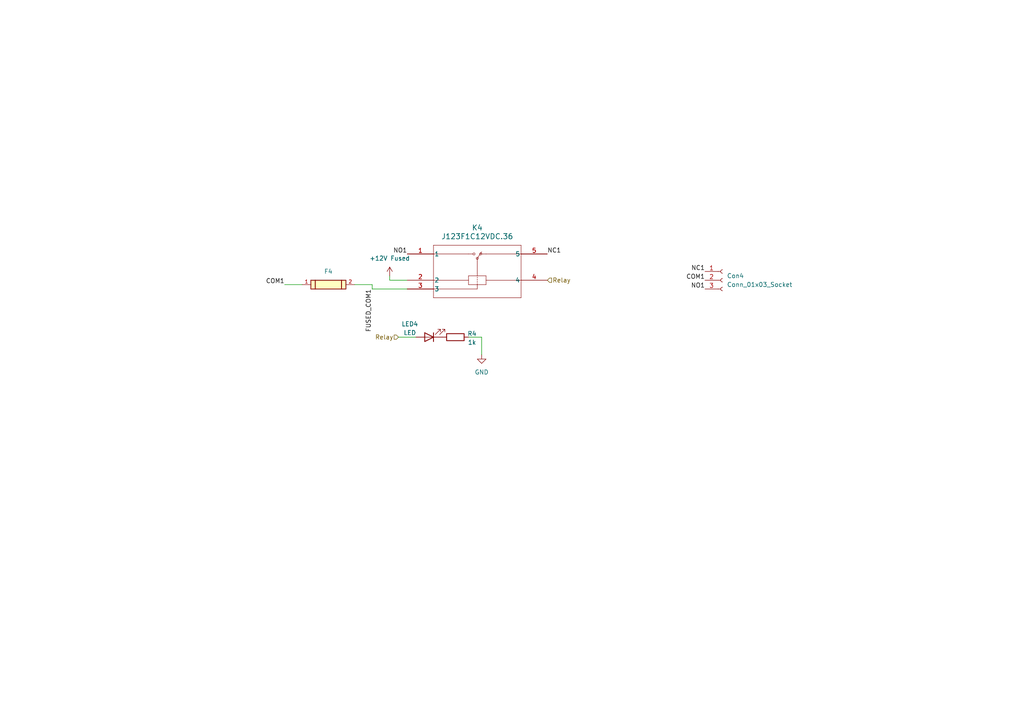
<source format=kicad_sch>
(kicad_sch
	(version 20250114)
	(generator "eeschema")
	(generator_version "9.0")
	(uuid "bf5a6050-9628-4727-ac0b-4c7c53ae3216")
	(paper "A4")
	(lib_symbols
		(symbol "696106003002_1"
			(pin_names
				(offset 1.016)
			)
			(exclude_from_sim no)
			(in_bom yes)
			(on_board yes)
			(property "Reference" "F"
				(at 0 2.54 0)
				(effects
					(font
						(size 1.27 1.27)
					)
					(justify bottom)
				)
			)
			(property "Value" "696106003002"
				(at 0 0 0)
				(effects
					(font
						(size 1.27 1.27)
					)
					(justify bottom)
					(hide yes)
				)
			)
			(property "Footprint" "696106003002:696106003002"
				(at 0 0 0)
				(effects
					(font
						(size 1.27 1.27)
					)
					(justify bottom)
					(hide yes)
				)
			)
			(property "Datasheet" ""
				(at 0 0 0)
				(effects
					(font
						(size 1.27 1.27)
					)
					(hide yes)
				)
			)
			(property "Description" ""
				(at 0 0 0)
				(effects
					(font
						(size 1.27 1.27)
					)
					(hide yes)
				)
			)
			(property "MF" "Würth Elektronik"
				(at 0 0 0)
				(effects
					(font
						(size 1.27 1.27)
					)
					(justify bottom)
					(hide yes)
				)
			)
			(property "Description_1" "\nFuse Block 20 A 250V 1 Circuit Cartridge Through Hole\n"
				(at 0 0 0)
				(effects
					(font
						(size 1.27 1.27)
					)
					(justify bottom)
					(hide yes)
				)
			)
			(property "Package" "None"
				(at 0 0 0)
				(effects
					(font
						(size 1.27 1.27)
					)
					(justify bottom)
					(hide yes)
				)
			)
			(property "Price" "None"
				(at 0 0 0)
				(effects
					(font
						(size 1.27 1.27)
					)
					(justify bottom)
					(hide yes)
				)
			)
			(property "IR-VDE" "6.3A"
				(at 0 0 0)
				(effects
					(font
						(size 1.27 1.27)
					)
					(justify bottom)
					(hide yes)
				)
			)
			(property "IR-UL" "20A"
				(at 0 0 0)
				(effects
					(font
						(size 1.27 1.27)
					)
					(justify bottom)
					(hide yes)
				)
			)
			(property "SnapEDA_Link" "https://www.snapeda.com/parts/696106003002/Wurth+Elektronik/view-part/?ref=snap"
				(at 0 0 0)
				(effects
					(font
						(size 1.27 1.27)
					)
					(justify bottom)
					(hide yes)
				)
			)
			(property "MATES" "696122003001"
				(at 0 0 0)
				(effects
					(font
						(size 1.27 1.27)
					)
					(justify bottom)
					(hide yes)
				)
			)
			(property "DATASHEET-URL" "https://www.we-online.com/catalog/datasheet/696106003002.pdf"
				(at 0 0 0)
				(effects
					(font
						(size 1.27 1.27)
					)
					(justify bottom)
					(hide yes)
				)
			)
			(property "MP" "696106003002"
				(at 0 0 0)
				(effects
					(font
						(size 1.27 1.27)
					)
					(justify bottom)
					(hide yes)
				)
			)
			(property "Purchase-URL" "https://www.snapeda.com/api/url_track_click_mouser/?unipart_id=4900578&manufacturer=Würth Elektronik&part_name=696106003002&search_term=None"
				(at 0 0 0)
				(effects
					(font
						(size 1.27 1.27)
					)
					(justify bottom)
					(hide yes)
				)
			)
			(property "PART-NUMBER" "696106003002"
				(at 0 0 0)
				(effects
					(font
						(size 1.27 1.27)
					)
					(justify bottom)
					(hide yes)
				)
			)
			(property "Availability" "In Stock"
				(at 0 0 0)
				(effects
					(font
						(size 1.27 1.27)
					)
					(justify bottom)
					(hide yes)
				)
			)
			(property "Check_prices" "https://www.snapeda.com/parts/696106003002/Wurth+Elektronik/view-part/?ref=eda"
				(at 0 0 0)
				(effects
					(font
						(size 1.27 1.27)
					)
					(justify bottom)
					(hide yes)
				)
			)
			(symbol "696106003002_1_0_0"
				(rectangle
					(start -5.08 -1.27)
					(end 5.08 1.27)
					(stroke
						(width 0.254)
						(type default)
					)
					(fill
						(type background)
					)
				)
				(polyline
					(pts
						(xy -3.81 1.27) (xy -3.81 -1.27)
					)
					(stroke
						(width 0.254)
						(type default)
					)
					(fill
						(type none)
					)
				)
				(polyline
					(pts
						(xy 3.81 1.27) (xy 3.81 -1.27)
					)
					(stroke
						(width 0.254)
						(type default)
					)
					(fill
						(type none)
					)
				)
				(pin passive line
					(at -7.62 0 0)
					(length 2.54)
					(name "~"
						(effects
							(font
								(size 1.016 1.016)
							)
						)
					)
					(number "1"
						(effects
							(font
								(size 1.016 1.016)
							)
						)
					)
				)
				(pin passive line
					(at 7.62 0 180)
					(length 2.54)
					(name "~"
						(effects
							(font
								(size 1.016 1.016)
							)
						)
					)
					(number "2"
						(effects
							(font
								(size 1.016 1.016)
							)
						)
					)
				)
			)
			(embedded_fonts no)
		)
		(symbol "Connector:Conn_01x03_Socket"
			(pin_names
				(offset 1.016)
				(hide yes)
			)
			(exclude_from_sim no)
			(in_bom yes)
			(on_board yes)
			(property "Reference" "J"
				(at 0 5.08 0)
				(effects
					(font
						(size 1.27 1.27)
					)
				)
			)
			(property "Value" "Conn_01x03_Socket"
				(at 0 -5.08 0)
				(effects
					(font
						(size 1.27 1.27)
					)
				)
			)
			(property "Footprint" ""
				(at 0 0 0)
				(effects
					(font
						(size 1.27 1.27)
					)
					(hide yes)
				)
			)
			(property "Datasheet" "~"
				(at 0 0 0)
				(effects
					(font
						(size 1.27 1.27)
					)
					(hide yes)
				)
			)
			(property "Description" "Generic connector, single row, 01x03, script generated"
				(at 0 0 0)
				(effects
					(font
						(size 1.27 1.27)
					)
					(hide yes)
				)
			)
			(property "ki_locked" ""
				(at 0 0 0)
				(effects
					(font
						(size 1.27 1.27)
					)
				)
			)
			(property "ki_keywords" "connector"
				(at 0 0 0)
				(effects
					(font
						(size 1.27 1.27)
					)
					(hide yes)
				)
			)
			(property "ki_fp_filters" "Connector*:*_1x??_*"
				(at 0 0 0)
				(effects
					(font
						(size 1.27 1.27)
					)
					(hide yes)
				)
			)
			(symbol "Conn_01x03_Socket_1_1"
				(polyline
					(pts
						(xy -1.27 2.54) (xy -0.508 2.54)
					)
					(stroke
						(width 0.1524)
						(type default)
					)
					(fill
						(type none)
					)
				)
				(polyline
					(pts
						(xy -1.27 0) (xy -0.508 0)
					)
					(stroke
						(width 0.1524)
						(type default)
					)
					(fill
						(type none)
					)
				)
				(polyline
					(pts
						(xy -1.27 -2.54) (xy -0.508 -2.54)
					)
					(stroke
						(width 0.1524)
						(type default)
					)
					(fill
						(type none)
					)
				)
				(arc
					(start 0 2.032)
					(mid -0.5058 2.54)
					(end 0 3.048)
					(stroke
						(width 0.1524)
						(type default)
					)
					(fill
						(type none)
					)
				)
				(arc
					(start 0 -0.508)
					(mid -0.5058 0)
					(end 0 0.508)
					(stroke
						(width 0.1524)
						(type default)
					)
					(fill
						(type none)
					)
				)
				(arc
					(start 0 -3.048)
					(mid -0.5058 -2.54)
					(end 0 -2.032)
					(stroke
						(width 0.1524)
						(type default)
					)
					(fill
						(type none)
					)
				)
				(pin passive line
					(at -5.08 2.54 0)
					(length 3.81)
					(name "Pin_1"
						(effects
							(font
								(size 1.27 1.27)
							)
						)
					)
					(number "1"
						(effects
							(font
								(size 1.27 1.27)
							)
						)
					)
				)
				(pin passive line
					(at -5.08 0 0)
					(length 3.81)
					(name "Pin_2"
						(effects
							(font
								(size 1.27 1.27)
							)
						)
					)
					(number "2"
						(effects
							(font
								(size 1.27 1.27)
							)
						)
					)
				)
				(pin passive line
					(at -5.08 -2.54 0)
					(length 3.81)
					(name "Pin_3"
						(effects
							(font
								(size 1.27 1.27)
							)
						)
					)
					(number "3"
						(effects
							(font
								(size 1.27 1.27)
							)
						)
					)
				)
			)
			(embedded_fonts no)
		)
		(symbol "Device:LED"
			(pin_numbers
				(hide yes)
			)
			(pin_names
				(offset 1.016)
				(hide yes)
			)
			(exclude_from_sim no)
			(in_bom yes)
			(on_board yes)
			(property "Reference" "D"
				(at 0 2.54 0)
				(effects
					(font
						(size 1.27 1.27)
					)
				)
			)
			(property "Value" "LED"
				(at 0 -2.54 0)
				(effects
					(font
						(size 1.27 1.27)
					)
				)
			)
			(property "Footprint" ""
				(at 0 0 0)
				(effects
					(font
						(size 1.27 1.27)
					)
					(hide yes)
				)
			)
			(property "Datasheet" "~"
				(at 0 0 0)
				(effects
					(font
						(size 1.27 1.27)
					)
					(hide yes)
				)
			)
			(property "Description" "Light emitting diode"
				(at 0 0 0)
				(effects
					(font
						(size 1.27 1.27)
					)
					(hide yes)
				)
			)
			(property "ki_keywords" "LED diode"
				(at 0 0 0)
				(effects
					(font
						(size 1.27 1.27)
					)
					(hide yes)
				)
			)
			(property "ki_fp_filters" "LED* LED_SMD:* LED_THT:*"
				(at 0 0 0)
				(effects
					(font
						(size 1.27 1.27)
					)
					(hide yes)
				)
			)
			(symbol "LED_0_1"
				(polyline
					(pts
						(xy -3.048 -0.762) (xy -4.572 -2.286) (xy -3.81 -2.286) (xy -4.572 -2.286) (xy -4.572 -1.524)
					)
					(stroke
						(width 0)
						(type default)
					)
					(fill
						(type none)
					)
				)
				(polyline
					(pts
						(xy -1.778 -0.762) (xy -3.302 -2.286) (xy -2.54 -2.286) (xy -3.302 -2.286) (xy -3.302 -1.524)
					)
					(stroke
						(width 0)
						(type default)
					)
					(fill
						(type none)
					)
				)
				(polyline
					(pts
						(xy -1.27 0) (xy 1.27 0)
					)
					(stroke
						(width 0)
						(type default)
					)
					(fill
						(type none)
					)
				)
				(polyline
					(pts
						(xy -1.27 -1.27) (xy -1.27 1.27)
					)
					(stroke
						(width 0.254)
						(type default)
					)
					(fill
						(type none)
					)
				)
				(polyline
					(pts
						(xy 1.27 -1.27) (xy 1.27 1.27) (xy -1.27 0) (xy 1.27 -1.27)
					)
					(stroke
						(width 0.254)
						(type default)
					)
					(fill
						(type none)
					)
				)
			)
			(symbol "LED_1_1"
				(pin passive line
					(at -3.81 0 0)
					(length 2.54)
					(name "K"
						(effects
							(font
								(size 1.27 1.27)
							)
						)
					)
					(number "1"
						(effects
							(font
								(size 1.27 1.27)
							)
						)
					)
				)
				(pin passive line
					(at 3.81 0 180)
					(length 2.54)
					(name "A"
						(effects
							(font
								(size 1.27 1.27)
							)
						)
					)
					(number "2"
						(effects
							(font
								(size 1.27 1.27)
							)
						)
					)
				)
			)
			(embedded_fonts no)
		)
		(symbol "Device:R"
			(pin_numbers
				(hide yes)
			)
			(pin_names
				(offset 0)
			)
			(exclude_from_sim no)
			(in_bom yes)
			(on_board yes)
			(property "Reference" "R"
				(at 2.032 0 90)
				(effects
					(font
						(size 1.27 1.27)
					)
				)
			)
			(property "Value" "R"
				(at 0 0 90)
				(effects
					(font
						(size 1.27 1.27)
					)
				)
			)
			(property "Footprint" ""
				(at -1.778 0 90)
				(effects
					(font
						(size 1.27 1.27)
					)
					(hide yes)
				)
			)
			(property "Datasheet" "~"
				(at 0 0 0)
				(effects
					(font
						(size 1.27 1.27)
					)
					(hide yes)
				)
			)
			(property "Description" "Resistor"
				(at 0 0 0)
				(effects
					(font
						(size 1.27 1.27)
					)
					(hide yes)
				)
			)
			(property "ki_keywords" "R res resistor"
				(at 0 0 0)
				(effects
					(font
						(size 1.27 1.27)
					)
					(hide yes)
				)
			)
			(property "ki_fp_filters" "R_*"
				(at 0 0 0)
				(effects
					(font
						(size 1.27 1.27)
					)
					(hide yes)
				)
			)
			(symbol "R_0_1"
				(rectangle
					(start -1.016 -2.54)
					(end 1.016 2.54)
					(stroke
						(width 0.254)
						(type default)
					)
					(fill
						(type none)
					)
				)
			)
			(symbol "R_1_1"
				(pin passive line
					(at 0 3.81 270)
					(length 1.27)
					(name "~"
						(effects
							(font
								(size 1.27 1.27)
							)
						)
					)
					(number "1"
						(effects
							(font
								(size 1.27 1.27)
							)
						)
					)
				)
				(pin passive line
					(at 0 -3.81 90)
					(length 1.27)
					(name "~"
						(effects
							(font
								(size 1.27 1.27)
							)
						)
					)
					(number "2"
						(effects
							(font
								(size 1.27 1.27)
							)
						)
					)
				)
			)
			(embedded_fonts no)
		)
		(symbol "J123F1C12VDC_36:J123F1C12VDC.36"
			(pin_names
				(offset 0.254)
			)
			(exclude_from_sim no)
			(in_bom yes)
			(on_board yes)
			(property "Reference" "K"
				(at 20.32 7.62 0)
				(effects
					(font
						(size 1.524 1.524)
					)
				)
			)
			(property "Value" "J123F1C12VDC.36"
				(at 20.32 5.08 0)
				(effects
					(font
						(size 1.524 1.524)
					)
				)
			)
			(property "Footprint" "RELAY5_J123F1C5VDC.36_CRS"
				(at 0 0 0)
				(effects
					(font
						(size 1.27 1.27)
						(italic yes)
					)
					(hide yes)
				)
			)
			(property "Datasheet" "J123F1C12VDC.36"
				(at 0 0 0)
				(effects
					(font
						(size 1.27 1.27)
						(italic yes)
					)
					(hide yes)
				)
			)
			(property "Description" ""
				(at 0 0 0)
				(effects
					(font
						(size 1.27 1.27)
					)
					(hide yes)
				)
			)
			(property "ki_locked" ""
				(at 0 0 0)
				(effects
					(font
						(size 1.27 1.27)
					)
				)
			)
			(property "ki_keywords" "J123F1C12VDC.36"
				(at 0 0 0)
				(effects
					(font
						(size 1.27 1.27)
					)
					(hide yes)
				)
			)
			(property "ki_fp_filters" "RELAY5_J123F1C5VDC.36_CRS"
				(at 0 0 0)
				(effects
					(font
						(size 1.27 1.27)
					)
					(hide yes)
				)
			)
			(symbol "J123F1C12VDC.36_0_1"
				(polyline
					(pts
						(xy 7.62 2.54) (xy 7.62 -12.7)
					)
					(stroke
						(width 0.127)
						(type default)
					)
					(fill
						(type none)
					)
				)
				(polyline
					(pts
						(xy 7.62 0) (xy 17.78 0)
					)
					(stroke
						(width 0.127)
						(type default)
					)
					(fill
						(type none)
					)
				)
				(polyline
					(pts
						(xy 7.62 -7.62) (xy 17.78 -7.62)
					)
					(stroke
						(width 0.127)
						(type default)
					)
					(fill
						(type none)
					)
				)
				(polyline
					(pts
						(xy 7.62 -10.16) (xy 20.32 -10.16)
					)
					(stroke
						(width 0.127)
						(type default)
					)
					(fill
						(type none)
					)
				)
				(polyline
					(pts
						(xy 7.62 -12.7) (xy 33.02 -12.7)
					)
					(stroke
						(width 0.127)
						(type default)
					)
					(fill
						(type none)
					)
				)
				(polyline
					(pts
						(xy 17.78 0) (xy 19.05 0)
					)
					(stroke
						(width 0.127)
						(type default)
					)
					(fill
						(type none)
					)
				)
				(polyline
					(pts
						(xy 17.78 -6.35) (xy 17.78 -8.89)
					)
					(stroke
						(width 0.127)
						(type default)
					)
					(fill
						(type none)
					)
				)
				(polyline
					(pts
						(xy 17.78 -8.89) (xy 22.86 -8.89)
					)
					(stroke
						(width 0.127)
						(type default)
					)
					(fill
						(type none)
					)
				)
				(circle
					(center 19.3675 0)
					(radius 0.3048)
					(stroke
						(width 0.127)
						(type default)
					)
					(fill
						(type none)
					)
				)
				(polyline
					(pts
						(xy 20.32 -1.27) (xy 21.59 0.635)
					)
					(stroke
						(width 0.127)
						(type default)
					)
					(fill
						(type none)
					)
				)
				(circle
					(center 20.32 -1.27)
					(radius 0.3048)
					(stroke
						(width 0.127)
						(type default)
					)
					(fill
						(type none)
					)
				)
				(polyline
					(pts
						(xy 20.32 -6.35) (xy 20.32 -1.27)
					)
					(stroke
						(width 0.127)
						(type default)
					)
					(fill
						(type none)
					)
				)
				(polyline
					(pts
						(xy 20.32 -6.6675) (xy 20.32 -6.985)
					)
					(stroke
						(width 0.127)
						(type default)
					)
					(fill
						(type none)
					)
				)
				(polyline
					(pts
						(xy 20.32 -7.3025) (xy 20.32 -7.62)
					)
					(stroke
						(width 0.127)
						(type default)
					)
					(fill
						(type none)
					)
				)
				(polyline
					(pts
						(xy 20.32 -7.9375) (xy 20.32 -8.255)
					)
					(stroke
						(width 0.127)
						(type default)
					)
					(fill
						(type none)
					)
				)
				(polyline
					(pts
						(xy 20.32 -8.5725) (xy 20.32 -8.89)
					)
					(stroke
						(width 0.127)
						(type default)
					)
					(fill
						(type none)
					)
				)
				(polyline
					(pts
						(xy 20.32 -8.89) (xy 20.32 -10.16)
					)
					(stroke
						(width 0.127)
						(type default)
					)
					(fill
						(type none)
					)
				)
				(arc
					(start 21.2725 0.3048)
					(mid 21.4864 0.2146)
					(end 21.5773 0)
					(stroke
						(width 0.127)
						(type default)
					)
					(fill
						(type none)
					)
				)
				(circle
					(center 21.2725 0)
					(radius 0.3048)
					(stroke
						(width 0.127)
						(type default)
					)
					(fill
						(type none)
					)
				)
				(polyline
					(pts
						(xy 21.59 0) (xy 22.86 0)
					)
					(stroke
						(width 0.127)
						(type default)
					)
					(fill
						(type none)
					)
				)
				(polyline
					(pts
						(xy 22.86 0) (xy 33.02 0)
					)
					(stroke
						(width 0.127)
						(type default)
					)
					(fill
						(type none)
					)
				)
				(polyline
					(pts
						(xy 22.86 -6.35) (xy 17.78 -6.35)
					)
					(stroke
						(width 0.127)
						(type default)
					)
					(fill
						(type none)
					)
				)
				(polyline
					(pts
						(xy 22.86 -7.62) (xy 33.02 -7.62)
					)
					(stroke
						(width 0.127)
						(type default)
					)
					(fill
						(type none)
					)
				)
				(polyline
					(pts
						(xy 22.86 -8.89) (xy 22.86 -6.35)
					)
					(stroke
						(width 0.127)
						(type default)
					)
					(fill
						(type none)
					)
				)
				(polyline
					(pts
						(xy 33.02 2.54) (xy 7.62 2.54)
					)
					(stroke
						(width 0.127)
						(type default)
					)
					(fill
						(type none)
					)
				)
				(polyline
					(pts
						(xy 33.02 -12.7) (xy 33.02 2.54)
					)
					(stroke
						(width 0.127)
						(type default)
					)
					(fill
						(type none)
					)
				)
				(pin unspecified line
					(at 0 0 0)
					(length 7.62)
					(name "1"
						(effects
							(font
								(size 1.27 1.27)
							)
						)
					)
					(number "1"
						(effects
							(font
								(size 1.27 1.27)
							)
						)
					)
				)
				(pin unspecified line
					(at 0 -7.62 0)
					(length 7.62)
					(name "2"
						(effects
							(font
								(size 1.27 1.27)
							)
						)
					)
					(number "2"
						(effects
							(font
								(size 1.27 1.27)
							)
						)
					)
				)
				(pin unspecified line
					(at 0 -10.16 0)
					(length 7.62)
					(name "3"
						(effects
							(font
								(size 1.27 1.27)
							)
						)
					)
					(number "3"
						(effects
							(font
								(size 1.27 1.27)
							)
						)
					)
				)
				(pin unspecified line
					(at 40.64 0 180)
					(length 7.62)
					(name "5"
						(effects
							(font
								(size 1.27 1.27)
							)
						)
					)
					(number "5"
						(effects
							(font
								(size 1.27 1.27)
							)
						)
					)
				)
				(pin unspecified line
					(at 40.64 -7.62 180)
					(length 7.62)
					(name "4"
						(effects
							(font
								(size 1.27 1.27)
							)
						)
					)
					(number "4"
						(effects
							(font
								(size 1.27 1.27)
							)
						)
					)
				)
			)
			(embedded_fonts no)
		)
		(symbol "power:+12V"
			(power)
			(pin_numbers
				(hide yes)
			)
			(pin_names
				(offset 0)
				(hide yes)
			)
			(exclude_from_sim no)
			(in_bom yes)
			(on_board yes)
			(property "Reference" "#PWR"
				(at 0 -3.81 0)
				(effects
					(font
						(size 1.27 1.27)
					)
					(hide yes)
				)
			)
			(property "Value" "+12V"
				(at 0 3.556 0)
				(effects
					(font
						(size 1.27 1.27)
					)
				)
			)
			(property "Footprint" ""
				(at 0 0 0)
				(effects
					(font
						(size 1.27 1.27)
					)
					(hide yes)
				)
			)
			(property "Datasheet" ""
				(at 0 0 0)
				(effects
					(font
						(size 1.27 1.27)
					)
					(hide yes)
				)
			)
			(property "Description" "Power symbol creates a global label with name \"+12V\""
				(at 0 0 0)
				(effects
					(font
						(size 1.27 1.27)
					)
					(hide yes)
				)
			)
			(property "ki_keywords" "global power"
				(at 0 0 0)
				(effects
					(font
						(size 1.27 1.27)
					)
					(hide yes)
				)
			)
			(symbol "+12V_0_1"
				(polyline
					(pts
						(xy -0.762 1.27) (xy 0 2.54)
					)
					(stroke
						(width 0)
						(type default)
					)
					(fill
						(type none)
					)
				)
				(polyline
					(pts
						(xy 0 2.54) (xy 0.762 1.27)
					)
					(stroke
						(width 0)
						(type default)
					)
					(fill
						(type none)
					)
				)
				(polyline
					(pts
						(xy 0 0) (xy 0 2.54)
					)
					(stroke
						(width 0)
						(type default)
					)
					(fill
						(type none)
					)
				)
			)
			(symbol "+12V_1_1"
				(pin power_in line
					(at 0 0 90)
					(length 0)
					(name "~"
						(effects
							(font
								(size 1.27 1.27)
							)
						)
					)
					(number "1"
						(effects
							(font
								(size 1.27 1.27)
							)
						)
					)
				)
			)
			(embedded_fonts no)
		)
		(symbol "power:GND"
			(power)
			(pin_numbers
				(hide yes)
			)
			(pin_names
				(offset 0)
				(hide yes)
			)
			(exclude_from_sim no)
			(in_bom yes)
			(on_board yes)
			(property "Reference" "#PWR"
				(at 0 -6.35 0)
				(effects
					(font
						(size 1.27 1.27)
					)
					(hide yes)
				)
			)
			(property "Value" "GND"
				(at 0 -3.81 0)
				(effects
					(font
						(size 1.27 1.27)
					)
				)
			)
			(property "Footprint" ""
				(at 0 0 0)
				(effects
					(font
						(size 1.27 1.27)
					)
					(hide yes)
				)
			)
			(property "Datasheet" ""
				(at 0 0 0)
				(effects
					(font
						(size 1.27 1.27)
					)
					(hide yes)
				)
			)
			(property "Description" "Power symbol creates a global label with name \"GND\" , ground"
				(at 0 0 0)
				(effects
					(font
						(size 1.27 1.27)
					)
					(hide yes)
				)
			)
			(property "ki_keywords" "global power"
				(at 0 0 0)
				(effects
					(font
						(size 1.27 1.27)
					)
					(hide yes)
				)
			)
			(symbol "GND_0_1"
				(polyline
					(pts
						(xy 0 0) (xy 0 -1.27) (xy 1.27 -1.27) (xy 0 -2.54) (xy -1.27 -1.27) (xy 0 -1.27)
					)
					(stroke
						(width 0)
						(type default)
					)
					(fill
						(type none)
					)
				)
			)
			(symbol "GND_1_1"
				(pin power_in line
					(at 0 0 270)
					(length 0)
					(name "~"
						(effects
							(font
								(size 1.27 1.27)
							)
						)
					)
					(number "1"
						(effects
							(font
								(size 1.27 1.27)
							)
						)
					)
				)
			)
			(embedded_fonts no)
		)
	)
	(wire
		(pts
			(xy 102.87 82.55) (xy 107.95 82.55)
		)
		(stroke
			(width 0)
			(type default)
		)
		(uuid "1c899dd2-f394-43fd-b265-e6fc36fc5dfd")
	)
	(wire
		(pts
			(xy 135.89 97.79) (xy 139.7 97.79)
		)
		(stroke
			(width 0)
			(type default)
		)
		(uuid "50e66132-aa8c-4d84-9194-bbc787703f48")
	)
	(wire
		(pts
			(xy 118.11 83.82) (xy 107.95 83.82)
		)
		(stroke
			(width 0)
			(type default)
		)
		(uuid "7d4ed26a-a03d-4e68-a4a9-41200a85415e")
	)
	(wire
		(pts
			(xy 82.55 82.55) (xy 87.63 82.55)
		)
		(stroke
			(width 0)
			(type default)
		)
		(uuid "9ca182ec-95ad-4043-a69a-315e60f7983d")
	)
	(wire
		(pts
			(xy 113.03 80.01) (xy 113.03 81.28)
		)
		(stroke
			(width 0)
			(type default)
		)
		(uuid "a2c31809-ddaf-4388-bd84-2b70b6186cf4")
	)
	(wire
		(pts
			(xy 139.7 97.79) (xy 139.7 102.87)
		)
		(stroke
			(width 0)
			(type default)
		)
		(uuid "b7ac36c9-1ca6-4dc8-ba29-2df8dda9e54a")
	)
	(wire
		(pts
			(xy 107.95 82.55) (xy 107.95 83.82)
		)
		(stroke
			(width 0)
			(type default)
		)
		(uuid "ce611c29-aad4-4075-984d-9c6d7ebb3003")
	)
	(wire
		(pts
			(xy 115.57 97.79) (xy 120.65 97.79)
		)
		(stroke
			(width 0)
			(type default)
		)
		(uuid "d6e6dbce-7b16-47bb-81ea-a0c83f953b7c")
	)
	(wire
		(pts
			(xy 113.03 81.28) (xy 118.11 81.28)
		)
		(stroke
			(width 0)
			(type default)
		)
		(uuid "f4c3eb5d-d1fc-4b33-a4c2-666b96485e8e")
	)
	(label "COM1"
		(at 204.47 81.28 180)
		(effects
			(font
				(size 1.27 1.27)
			)
			(justify right bottom)
		)
		(uuid "0dcb056b-6b77-421f-92cf-38f279934352")
	)
	(label "COM1"
		(at 82.55 82.55 180)
		(effects
			(font
				(size 1.27 1.27)
			)
			(justify right bottom)
		)
		(uuid "d216acbc-5ccc-48a2-b43f-31f318649fce")
	)
	(label "NO1"
		(at 204.47 83.82 180)
		(effects
			(font
				(size 1.27 1.27)
			)
			(justify right bottom)
		)
		(uuid "e6835818-935d-4028-a7e0-cfecf2e40331")
	)
	(label "NC1"
		(at 158.75 73.66 0)
		(effects
			(font
				(size 1.27 1.27)
			)
			(justify left bottom)
		)
		(uuid "ec3aa745-1084-453e-b1c7-d043826ebc97")
	)
	(label "NC1"
		(at 204.47 78.74 180)
		(effects
			(font
				(size 1.27 1.27)
			)
			(justify right bottom)
		)
		(uuid "eed2e98e-3f68-44cc-ae40-6a83fa253ea5")
	)
	(label "NO1"
		(at 118.11 73.66 180)
		(effects
			(font
				(size 1.27 1.27)
			)
			(justify right bottom)
		)
		(uuid "f4e4ea36-891a-4d75-99a6-9ba68e57c49b")
	)
	(label "FUSED_COM1"
		(at 107.95 83.82 270)
		(effects
			(font
				(size 1.27 1.27)
			)
			(justify right bottom)
		)
		(uuid "fe4bef36-04b1-4748-ae9e-6accbccb8712")
	)
	(hierarchical_label "Relay"
		(shape input)
		(at 158.75 81.28 0)
		(effects
			(font
				(size 1.27 1.27)
			)
			(justify left)
		)
		(uuid "14a16063-b4c8-4859-8421-60ba3a8ad69d")
	)
	(hierarchical_label "Relay"
		(shape input)
		(at 115.57 97.79 180)
		(effects
			(font
				(size 1.27 1.27)
			)
			(justify right)
		)
		(uuid "5ceffb17-0204-4aa8-9fc5-1f33d7b9a693")
	)
	(symbol
		(lib_id "Device:R")
		(at 132.08 97.79 90)
		(unit 1)
		(exclude_from_sim no)
		(in_bom yes)
		(on_board yes)
		(dnp no)
		(uuid "3fca4454-f6cb-4f1b-bdcd-9e7d4d4d8c2d")
		(property "Reference" "R1"
			(at 136.906 96.774 90)
			(effects
				(font
					(size 1.27 1.27)
				)
			)
		)
		(property "Value" "1k"
			(at 136.906 99.314 90)
			(effects
				(font
					(size 1.27 1.27)
				)
			)
		)
		(property "Footprint" "Resistor_SMD:R_1206_3216Metric_Pad1.30x1.75mm_HandSolder"
			(at 132.08 99.568 90)
			(effects
				(font
					(size 1.27 1.27)
				)
				(hide yes)
			)
		)
		(property "Datasheet" "~"
			(at 132.08 97.79 0)
			(effects
				(font
					(size 1.27 1.27)
				)
				(hide yes)
			)
		)
		(property "Description" "Resistor"
			(at 132.08 97.79 0)
			(effects
				(font
					(size 1.27 1.27)
				)
				(hide yes)
			)
		)
		(pin "2"
			(uuid "8763a179-7c64-4aa1-b690-4426d515cc0c")
		)
		(pin "1"
			(uuid "e45bc9d3-b3ba-45ff-aed4-5b19d0f9c7b5")
		)
		(instances
			(project "MPD V1"
				(path "/a65cedb0-6ea3-4133-851b-645c3bd07450/1590297b-2711-4292-be50-43e8b4dcb293"
					(reference "R4")
					(unit 1)
				)
				(path "/a65cedb0-6ea3-4133-851b-645c3bd07450/18f044d2-842b-4496-ac52-5b710b42f0e0"
					(reference "R1")
					(unit 1)
				)
				(path "/a65cedb0-6ea3-4133-851b-645c3bd07450/2ad17d24-feab-42ac-ace7-65467b23edb9"
					(reference "R6")
					(unit 1)
				)
				(path "/a65cedb0-6ea3-4133-851b-645c3bd07450/7189d9b6-390b-4889-bd27-e8f782dc7288"
					(reference "R2")
					(unit 1)
				)
				(path "/a65cedb0-6ea3-4133-851b-645c3bd07450/8e8da8a1-91a6-4252-b94c-55b70deefef1"
					(reference "R3")
					(unit 1)
				)
				(path "/a65cedb0-6ea3-4133-851b-645c3bd07450/a668ad81-985c-4ab7-b5a8-ef8c94ef9cbc"
					(reference "R8")
					(unit 1)
				)
				(path "/a65cedb0-6ea3-4133-851b-645c3bd07450/cbc4ece7-50a8-458a-931b-8299217dd29a"
					(reference "R7")
					(unit 1)
				)
				(path "/a65cedb0-6ea3-4133-851b-645c3bd07450/d7010502-1cbc-4946-ba50-f3ba363b6f85"
					(reference "R5")
					(unit 1)
				)
			)
		)
	)
	(symbol
		(lib_name "696106003002_1")
		(lib_id "696106003002:696106003002")
		(at 95.25 82.55 0)
		(unit 1)
		(exclude_from_sim no)
		(in_bom yes)
		(on_board yes)
		(dnp no)
		(fields_autoplaced yes)
		(uuid "4442eb0b-88d0-48a2-b4ce-a438196a421c")
		(property "Reference" "F1"
			(at 95.25 78.74 0)
			(effects
				(font
					(size 1.27 1.27)
				)
			)
		)
		(property "Value" "696106003002"
			(at 95.25 82.55 0)
			(effects
				(font
					(size 1.27 1.27)
				)
				(justify bottom)
				(hide yes)
			)
		)
		(property "Footprint" "696106003002:696106003002"
			(at 95.25 82.55 0)
			(effects
				(font
					(size 1.27 1.27)
				)
				(justify bottom)
				(hide yes)
			)
		)
		(property "Datasheet" ""
			(at 95.25 82.55 0)
			(effects
				(font
					(size 1.27 1.27)
				)
				(hide yes)
			)
		)
		(property "Description" ""
			(at 95.25 82.55 0)
			(effects
				(font
					(size 1.27 1.27)
				)
				(hide yes)
			)
		)
		(property "MF" "Würth Elektronik"
			(at 95.25 82.55 0)
			(effects
				(font
					(size 1.27 1.27)
				)
				(justify bottom)
				(hide yes)
			)
		)
		(property "Description_1" "\nFuse Block 20 A 250V 1 Circuit Cartridge Through Hole\n"
			(at 95.25 82.55 0)
			(effects
				(font
					(size 1.27 1.27)
				)
				(justify bottom)
				(hide yes)
			)
		)
		(property "Package" "None"
			(at 95.25 82.55 0)
			(effects
				(font
					(size 1.27 1.27)
				)
				(justify bottom)
				(hide yes)
			)
		)
		(property "Price" "None"
			(at 95.25 82.55 0)
			(effects
				(font
					(size 1.27 1.27)
				)
				(justify bottom)
				(hide yes)
			)
		)
		(property "IR-VDE" "6.3A"
			(at 95.25 82.55 0)
			(effects
				(font
					(size 1.27 1.27)
				)
				(justify bottom)
				(hide yes)
			)
		)
		(property "IR-UL" "20A"
			(at 95.25 82.55 0)
			(effects
				(font
					(size 1.27 1.27)
				)
				(justify bottom)
				(hide yes)
			)
		)
		(property "SnapEDA_Link" "https://www.snapeda.com/parts/696106003002/Wurth+Elektronik/view-part/?ref=snap"
			(at 95.25 82.55 0)
			(effects
				(font
					(size 1.27 1.27)
				)
				(justify bottom)
				(hide yes)
			)
		)
		(property "MATES" "696122003001"
			(at 95.25 82.55 0)
			(effects
				(font
					(size 1.27 1.27)
				)
				(justify bottom)
				(hide yes)
			)
		)
		(property "DATASHEET-URL" "https://www.we-online.com/catalog/datasheet/696106003002.pdf"
			(at 95.25 82.55 0)
			(effects
				(font
					(size 1.27 1.27)
				)
				(justify bottom)
				(hide yes)
			)
		)
		(property "MP" "696106003002"
			(at 95.25 82.55 0)
			(effects
				(font
					(size 1.27 1.27)
				)
				(justify bottom)
				(hide yes)
			)
		)
		(property "Purchase-URL" "https://www.snapeda.com/api/url_track_click_mouser/?unipart_id=4900578&manufacturer=Würth Elektronik&part_name=696106003002&search_term=None"
			(at 95.25 82.55 0)
			(effects
				(font
					(size 1.27 1.27)
				)
				(justify bottom)
				(hide yes)
			)
		)
		(property "PART-NUMBER" "696106003002"
			(at 95.25 82.55 0)
			(effects
				(font
					(size 1.27 1.27)
				)
				(justify bottom)
				(hide yes)
			)
		)
		(property "Availability" "In Stock"
			(at 95.25 82.55 0)
			(effects
				(font
					(size 1.27 1.27)
				)
				(justify bottom)
				(hide yes)
			)
		)
		(property "Check_prices" "https://www.snapeda.com/parts/696106003002/Wurth+Elektronik/view-part/?ref=eda"
			(at 95.25 82.55 0)
			(effects
				(font
					(size 1.27 1.27)
				)
				(justify bottom)
				(hide yes)
			)
		)
		(pin "2"
			(uuid "d2df6d08-7c21-4441-a7b4-11299e76330b")
		)
		(pin "1"
			(uuid "98121db7-8261-4898-828b-54b057340106")
		)
		(instances
			(project "MPD V1"
				(path "/a65cedb0-6ea3-4133-851b-645c3bd07450/1590297b-2711-4292-be50-43e8b4dcb293"
					(reference "F4")
					(unit 1)
				)
				(path "/a65cedb0-6ea3-4133-851b-645c3bd07450/18f044d2-842b-4496-ac52-5b710b42f0e0"
					(reference "F1")
					(unit 1)
				)
				(path "/a65cedb0-6ea3-4133-851b-645c3bd07450/2ad17d24-feab-42ac-ace7-65467b23edb9"
					(reference "F6")
					(unit 1)
				)
				(path "/a65cedb0-6ea3-4133-851b-645c3bd07450/7189d9b6-390b-4889-bd27-e8f782dc7288"
					(reference "F2")
					(unit 1)
				)
				(path "/a65cedb0-6ea3-4133-851b-645c3bd07450/8e8da8a1-91a6-4252-b94c-55b70deefef1"
					(reference "F3")
					(unit 1)
				)
				(path "/a65cedb0-6ea3-4133-851b-645c3bd07450/a668ad81-985c-4ab7-b5a8-ef8c94ef9cbc"
					(reference "F8")
					(unit 1)
				)
				(path "/a65cedb0-6ea3-4133-851b-645c3bd07450/cbc4ece7-50a8-458a-931b-8299217dd29a"
					(reference "F7")
					(unit 1)
				)
				(path "/a65cedb0-6ea3-4133-851b-645c3bd07450/d7010502-1cbc-4946-ba50-f3ba363b6f85"
					(reference "F5")
					(unit 1)
				)
			)
		)
	)
	(symbol
		(lib_id "Device:LED")
		(at 124.46 97.79 180)
		(unit 1)
		(exclude_from_sim no)
		(in_bom yes)
		(on_board yes)
		(dnp no)
		(uuid "47e6fe7e-9b30-47fb-8f24-e9ca175697c1")
		(property "Reference" "LED1"
			(at 118.872 93.98 0)
			(effects
				(font
					(size 1.27 1.27)
				)
			)
		)
		(property "Value" "LED"
			(at 118.872 96.52 0)
			(effects
				(font
					(size 1.27 1.27)
				)
			)
		)
		(property "Footprint" "LED_THT:LED_D5.0mm"
			(at 124.46 97.79 0)
			(effects
				(font
					(size 1.27 1.27)
				)
				(hide yes)
			)
		)
		(property "Datasheet" "~"
			(at 124.46 97.79 0)
			(effects
				(font
					(size 1.27 1.27)
				)
				(hide yes)
			)
		)
		(property "Description" "Light emitting diode"
			(at 124.46 97.79 0)
			(effects
				(font
					(size 1.27 1.27)
				)
				(hide yes)
			)
		)
		(pin "1"
			(uuid "15835b18-45b2-474d-b9fb-2d2038127f88")
		)
		(pin "2"
			(uuid "a82b5858-1b73-4339-92c5-3ea375204b58")
		)
		(instances
			(project "MPD V1"
				(path "/a65cedb0-6ea3-4133-851b-645c3bd07450/1590297b-2711-4292-be50-43e8b4dcb293"
					(reference "LED4")
					(unit 1)
				)
				(path "/a65cedb0-6ea3-4133-851b-645c3bd07450/18f044d2-842b-4496-ac52-5b710b42f0e0"
					(reference "LED1")
					(unit 1)
				)
				(path "/a65cedb0-6ea3-4133-851b-645c3bd07450/2ad17d24-feab-42ac-ace7-65467b23edb9"
					(reference "LED6")
					(unit 1)
				)
				(path "/a65cedb0-6ea3-4133-851b-645c3bd07450/7189d9b6-390b-4889-bd27-e8f782dc7288"
					(reference "LED2")
					(unit 1)
				)
				(path "/a65cedb0-6ea3-4133-851b-645c3bd07450/8e8da8a1-91a6-4252-b94c-55b70deefef1"
					(reference "LED3")
					(unit 1)
				)
				(path "/a65cedb0-6ea3-4133-851b-645c3bd07450/a668ad81-985c-4ab7-b5a8-ef8c94ef9cbc"
					(reference "LED8")
					(unit 1)
				)
				(path "/a65cedb0-6ea3-4133-851b-645c3bd07450/cbc4ece7-50a8-458a-931b-8299217dd29a"
					(reference "LED7")
					(unit 1)
				)
				(path "/a65cedb0-6ea3-4133-851b-645c3bd07450/d7010502-1cbc-4946-ba50-f3ba363b6f85"
					(reference "LED5")
					(unit 1)
				)
			)
		)
	)
	(symbol
		(lib_id "J123F1C12VDC_36:J123F1C12VDC.36")
		(at 118.11 73.66 0)
		(unit 1)
		(exclude_from_sim no)
		(in_bom yes)
		(on_board yes)
		(dnp no)
		(fields_autoplaced yes)
		(uuid "4ddce952-f870-4ea3-a074-da93b695cb7a")
		(property "Reference" "K1"
			(at 138.43 66.04 0)
			(effects
				(font
					(size 1.524 1.524)
				)
			)
		)
		(property "Value" "J123F1C12VDC.36"
			(at 138.43 68.58 0)
			(effects
				(font
					(size 1.524 1.524)
				)
			)
		)
		(property "Footprint" "J123F1C12VDC_36:RELAY5_J123F1C5VDC.36_CRS with Cutout"
			(at 118.11 73.66 0)
			(effects
				(font
					(size 1.27 1.27)
					(italic yes)
				)
				(hide yes)
			)
		)
		(property "Datasheet" "J123F1C12VDC.36"
			(at 118.11 73.66 0)
			(effects
				(font
					(size 1.27 1.27)
					(italic yes)
				)
				(hide yes)
			)
		)
		(property "Description" ""
			(at 118.11 73.66 0)
			(effects
				(font
					(size 1.27 1.27)
				)
				(hide yes)
			)
		)
		(pin "5"
			(uuid "18fc6413-623d-4bf5-a288-2a4e0fe7e34a")
		)
		(pin "1"
			(uuid "2c4b90c5-ee43-4155-8808-73bdf302aeef")
		)
		(pin "2"
			(uuid "e2299721-8be7-45a8-a231-b955ac40347c")
		)
		(pin "4"
			(uuid "4c903797-7024-4b1d-9964-d82d6d15abab")
		)
		(pin "3"
			(uuid "a1f25b8f-dc56-4e7b-85dd-c7a71cf9a4a3")
		)
		(instances
			(project ""
				(path "/a65cedb0-6ea3-4133-851b-645c3bd07450/1590297b-2711-4292-be50-43e8b4dcb293"
					(reference "K4")
					(unit 1)
				)
				(path "/a65cedb0-6ea3-4133-851b-645c3bd07450/18f044d2-842b-4496-ac52-5b710b42f0e0"
					(reference "K1")
					(unit 1)
				)
				(path "/a65cedb0-6ea3-4133-851b-645c3bd07450/2ad17d24-feab-42ac-ace7-65467b23edb9"
					(reference "K6")
					(unit 1)
				)
				(path "/a65cedb0-6ea3-4133-851b-645c3bd07450/7189d9b6-390b-4889-bd27-e8f782dc7288"
					(reference "K2")
					(unit 1)
				)
				(path "/a65cedb0-6ea3-4133-851b-645c3bd07450/8e8da8a1-91a6-4252-b94c-55b70deefef1"
					(reference "K3")
					(unit 1)
				)
				(path "/a65cedb0-6ea3-4133-851b-645c3bd07450/a668ad81-985c-4ab7-b5a8-ef8c94ef9cbc"
					(reference "K8")
					(unit 1)
				)
				(path "/a65cedb0-6ea3-4133-851b-645c3bd07450/cbc4ece7-50a8-458a-931b-8299217dd29a"
					(reference "K7")
					(unit 1)
				)
				(path "/a65cedb0-6ea3-4133-851b-645c3bd07450/d7010502-1cbc-4946-ba50-f3ba363b6f85"
					(reference "K5")
					(unit 1)
				)
			)
		)
	)
	(symbol
		(lib_id "Connector:Conn_01x03_Socket")
		(at 209.55 81.28 0)
		(unit 1)
		(exclude_from_sim no)
		(in_bom yes)
		(on_board yes)
		(dnp no)
		(fields_autoplaced yes)
		(uuid "5727d1ad-72ef-4b66-b1cd-fb2205830057")
		(property "Reference" "Con1"
			(at 210.82 80.0099 0)
			(effects
				(font
					(size 1.27 1.27)
				)
				(justify left)
			)
		)
		(property "Value" "Conn_01x03_Socket"
			(at 210.82 82.5499 0)
			(effects
				(font
					(size 1.27 1.27)
				)
				(justify left)
			)
		)
		(property "Footprint" "1757255:CONN_1757255_PXC"
			(at 209.55 81.28 0)
			(effects
				(font
					(size 1.27 1.27)
				)
				(hide yes)
			)
		)
		(property "Datasheet" "~"
			(at 209.55 81.28 0)
			(effects
				(font
					(size 1.27 1.27)
				)
				(hide yes)
			)
		)
		(property "Description" "Generic connector, single row, 01x03, script generated"
			(at 209.55 81.28 0)
			(effects
				(font
					(size 1.27 1.27)
				)
				(hide yes)
			)
		)
		(pin "2"
			(uuid "c5200f73-c666-45b7-943b-3da0c4ff6d1d")
		)
		(pin "3"
			(uuid "6d116051-1a1b-4369-b69f-b7f5864c08c7")
		)
		(pin "1"
			(uuid "d2501f52-ecc9-491e-a10c-5651ed8379be")
		)
		(instances
			(project "MPD V1"
				(path "/a65cedb0-6ea3-4133-851b-645c3bd07450/1590297b-2711-4292-be50-43e8b4dcb293"
					(reference "Con4")
					(unit 1)
				)
				(path "/a65cedb0-6ea3-4133-851b-645c3bd07450/18f044d2-842b-4496-ac52-5b710b42f0e0"
					(reference "Con1")
					(unit 1)
				)
				(path "/a65cedb0-6ea3-4133-851b-645c3bd07450/2ad17d24-feab-42ac-ace7-65467b23edb9"
					(reference "Con6")
					(unit 1)
				)
				(path "/a65cedb0-6ea3-4133-851b-645c3bd07450/7189d9b6-390b-4889-bd27-e8f782dc7288"
					(reference "Con2")
					(unit 1)
				)
				(path "/a65cedb0-6ea3-4133-851b-645c3bd07450/8e8da8a1-91a6-4252-b94c-55b70deefef1"
					(reference "Con3")
					(unit 1)
				)
				(path "/a65cedb0-6ea3-4133-851b-645c3bd07450/a668ad81-985c-4ab7-b5a8-ef8c94ef9cbc"
					(reference "Con8")
					(unit 1)
				)
				(path "/a65cedb0-6ea3-4133-851b-645c3bd07450/cbc4ece7-50a8-458a-931b-8299217dd29a"
					(reference "Con7")
					(unit 1)
				)
				(path "/a65cedb0-6ea3-4133-851b-645c3bd07450/d7010502-1cbc-4946-ba50-f3ba363b6f85"
					(reference "Con5")
					(unit 1)
				)
			)
		)
	)
	(symbol
		(lib_id "power:+12V")
		(at 113.03 80.01 0)
		(unit 1)
		(exclude_from_sim no)
		(in_bom yes)
		(on_board yes)
		(dnp no)
		(uuid "57c3a6db-2b2a-4157-bf1a-536f8f89542a")
		(property "Reference" "#PWR014"
			(at 113.03 83.82 0)
			(effects
				(font
					(size 1.27 1.27)
				)
				(hide yes)
			)
		)
		(property "Value" "+12V Fused"
			(at 113.03 74.93 0)
			(effects
				(font
					(size 1.27 1.27)
				)
			)
		)
		(property "Footprint" ""
			(at 113.03 80.01 0)
			(effects
				(font
					(size 1.27 1.27)
				)
				(hide yes)
			)
		)
		(property "Datasheet" ""
			(at 113.03 80.01 0)
			(effects
				(font
					(size 1.27 1.27)
				)
				(hide yes)
			)
		)
		(property "Description" "Power symbol creates a global label with name \"+12V\""
			(at 113.03 80.01 0)
			(effects
				(font
					(size 1.27 1.27)
				)
				(hide yes)
			)
		)
		(pin "1"
			(uuid "08b96e89-7a96-4e35-932b-3d48a8a82fc4")
		)
		(instances
			(project "MPD V1"
				(path "/a65cedb0-6ea3-4133-851b-645c3bd07450/1590297b-2711-4292-be50-43e8b4dcb293"
					(reference "#PWR027")
					(unit 1)
				)
				(path "/a65cedb0-6ea3-4133-851b-645c3bd07450/18f044d2-842b-4496-ac52-5b710b42f0e0"
					(reference "#PWR014")
					(unit 1)
				)
				(path "/a65cedb0-6ea3-4133-851b-645c3bd07450/2ad17d24-feab-42ac-ace7-65467b23edb9"
					(reference "#PWR033")
					(unit 1)
				)
				(path "/a65cedb0-6ea3-4133-851b-645c3bd07450/7189d9b6-390b-4889-bd27-e8f782dc7288"
					(reference "#PWR021")
					(unit 1)
				)
				(path "/a65cedb0-6ea3-4133-851b-645c3bd07450/8e8da8a1-91a6-4252-b94c-55b70deefef1"
					(reference "#PWR024")
					(unit 1)
				)
				(path "/a65cedb0-6ea3-4133-851b-645c3bd07450/a668ad81-985c-4ab7-b5a8-ef8c94ef9cbc"
					(reference "#PWR039")
					(unit 1)
				)
				(path "/a65cedb0-6ea3-4133-851b-645c3bd07450/cbc4ece7-50a8-458a-931b-8299217dd29a"
					(reference "#PWR036")
					(unit 1)
				)
				(path "/a65cedb0-6ea3-4133-851b-645c3bd07450/d7010502-1cbc-4946-ba50-f3ba363b6f85"
					(reference "#PWR030")
					(unit 1)
				)
			)
		)
	)
	(symbol
		(lib_id "power:GND")
		(at 139.7 102.87 0)
		(unit 1)
		(exclude_from_sim no)
		(in_bom yes)
		(on_board yes)
		(dnp no)
		(fields_autoplaced yes)
		(uuid "ff52663d-d011-4696-9da8-a3b4b70b4b33")
		(property "Reference" "#PWR016"
			(at 139.7 109.22 0)
			(effects
				(font
					(size 1.27 1.27)
				)
				(hide yes)
			)
		)
		(property "Value" "GND"
			(at 139.7 107.95 0)
			(effects
				(font
					(size 1.27 1.27)
				)
			)
		)
		(property "Footprint" ""
			(at 139.7 102.87 0)
			(effects
				(font
					(size 1.27 1.27)
				)
				(hide yes)
			)
		)
		(property "Datasheet" ""
			(at 139.7 102.87 0)
			(effects
				(font
					(size 1.27 1.27)
				)
				(hide yes)
			)
		)
		(property "Description" "Power symbol creates a global label with name \"GND\" , ground"
			(at 139.7 102.87 0)
			(effects
				(font
					(size 1.27 1.27)
				)
				(hide yes)
			)
		)
		(pin "1"
			(uuid "ad8d8ea6-76b9-4252-b7f5-ea91ce620692")
		)
		(instances
			(project ""
				(path "/a65cedb0-6ea3-4133-851b-645c3bd07450/1590297b-2711-4292-be50-43e8b4dcb293"
					(reference "#PWR022")
					(unit 1)
				)
				(path "/a65cedb0-6ea3-4133-851b-645c3bd07450/18f044d2-842b-4496-ac52-5b710b42f0e0"
					(reference "#PWR016")
					(unit 1)
				)
				(path "/a65cedb0-6ea3-4133-851b-645c3bd07450/2ad17d24-feab-42ac-ace7-65467b23edb9"
					(reference "#PWR025")
					(unit 1)
				)
				(path "/a65cedb0-6ea3-4133-851b-645c3bd07450/7189d9b6-390b-4889-bd27-e8f782dc7288"
					(reference "#PWR017")
					(unit 1)
				)
				(path "/a65cedb0-6ea3-4133-851b-645c3bd07450/8e8da8a1-91a6-4252-b94c-55b70deefef1"
					(reference "#PWR018")
					(unit 1)
				)
				(path "/a65cedb0-6ea3-4133-851b-645c3bd07450/a668ad81-985c-4ab7-b5a8-ef8c94ef9cbc"
					(reference "#PWR028")
					(unit 1)
				)
				(path "/a65cedb0-6ea3-4133-851b-645c3bd07450/cbc4ece7-50a8-458a-931b-8299217dd29a"
					(reference "#PWR026")
					(unit 1)
				)
				(path "/a65cedb0-6ea3-4133-851b-645c3bd07450/d7010502-1cbc-4946-ba50-f3ba363b6f85"
					(reference "#PWR023")
					(unit 1)
				)
			)
		)
	)
)

</source>
